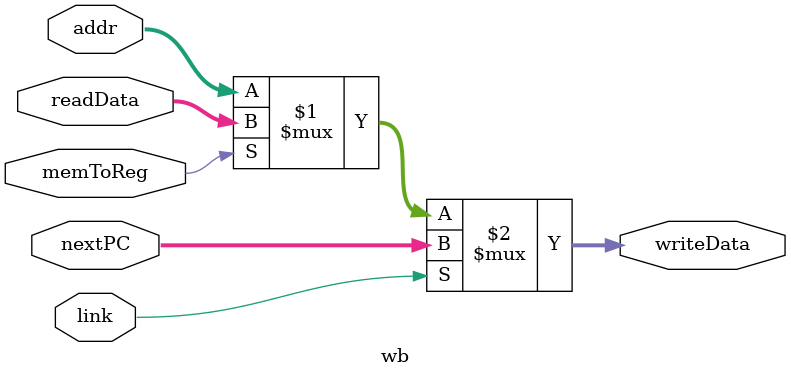
<source format=v>
/*
   CS/ECE 552 Spring '22
  
   Filename        : wb.v
   Description     : This is the module for the overall Write Back stage of the processor.
*/
`default_nettype none
module wb (readData, addr, nextPC, memToReg, link, writeData);

   input    [15:0]   readData;   // Read data from memory
   input    [15:0]   addr;       // ALU output
   input    [15:0]   nextPC;     // Address of the next instruction
                                 // for linking
   input             memToReg;   // Write memory output to reg
   input             link;       // Save PC+2 to reg

   output   [15:0]   writeData;  // Data to be written to register

   // Assign what data gets written to the registers based on control signals
   assign writeData = (link) ? nextPC : ((memToReg) ? readData : addr); 
   
endmodule
`default_nettype wire

</source>
